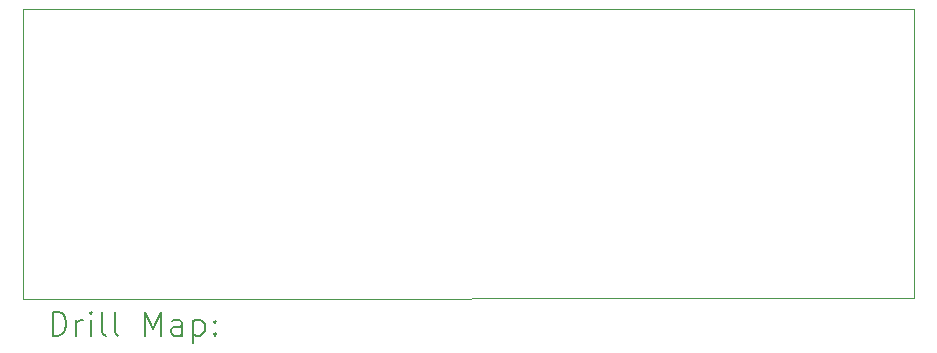
<source format=gbr>
%TF.GenerationSoftware,KiCad,Pcbnew,6.0.11-2627ca5db0~126~ubuntu20.04.1*%
%TF.CreationDate,2023-10-30T14:57:06+01:00*%
%TF.ProjectId,usb-interface,7573622d-696e-4746-9572-666163652e6b,rev?*%
%TF.SameCoordinates,Original*%
%TF.FileFunction,Drillmap*%
%TF.FilePolarity,Positive*%
%FSLAX45Y45*%
G04 Gerber Fmt 4.5, Leading zero omitted, Abs format (unit mm)*
G04 Created by KiCad (PCBNEW 6.0.11-2627ca5db0~126~ubuntu20.04.1) date 2023-10-30 14:57:06*
%MOMM*%
%LPD*%
G01*
G04 APERTURE LIST*
%ADD10C,0.050000*%
%ADD11C,0.200000*%
G04 APERTURE END LIST*
D10*
X9750000Y-6995000D02*
X2200000Y-7000000D01*
X2200000Y-7000000D02*
X2200000Y-9450000D01*
X9750000Y-9445000D02*
X9750000Y-6995000D01*
X2200000Y-9450000D02*
X9750000Y-9445000D01*
D11*
X2455119Y-9762976D02*
X2455119Y-9562976D01*
X2502738Y-9562976D01*
X2531310Y-9572500D01*
X2550357Y-9591548D01*
X2559881Y-9610595D01*
X2569405Y-9648690D01*
X2569405Y-9677262D01*
X2559881Y-9715357D01*
X2550357Y-9734405D01*
X2531310Y-9753452D01*
X2502738Y-9762976D01*
X2455119Y-9762976D01*
X2655119Y-9762976D02*
X2655119Y-9629643D01*
X2655119Y-9667738D02*
X2664643Y-9648690D01*
X2674167Y-9639167D01*
X2693214Y-9629643D01*
X2712262Y-9629643D01*
X2778929Y-9762976D02*
X2778929Y-9629643D01*
X2778929Y-9562976D02*
X2769405Y-9572500D01*
X2778929Y-9582024D01*
X2788452Y-9572500D01*
X2778929Y-9562976D01*
X2778929Y-9582024D01*
X2902738Y-9762976D02*
X2883690Y-9753452D01*
X2874167Y-9734405D01*
X2874167Y-9562976D01*
X3007500Y-9762976D02*
X2988452Y-9753452D01*
X2978928Y-9734405D01*
X2978928Y-9562976D01*
X3236071Y-9762976D02*
X3236071Y-9562976D01*
X3302738Y-9705833D01*
X3369405Y-9562976D01*
X3369405Y-9762976D01*
X3550357Y-9762976D02*
X3550357Y-9658214D01*
X3540833Y-9639167D01*
X3521786Y-9629643D01*
X3483690Y-9629643D01*
X3464643Y-9639167D01*
X3550357Y-9753452D02*
X3531309Y-9762976D01*
X3483690Y-9762976D01*
X3464643Y-9753452D01*
X3455119Y-9734405D01*
X3455119Y-9715357D01*
X3464643Y-9696310D01*
X3483690Y-9686786D01*
X3531309Y-9686786D01*
X3550357Y-9677262D01*
X3645595Y-9629643D02*
X3645595Y-9829643D01*
X3645595Y-9639167D02*
X3664643Y-9629643D01*
X3702738Y-9629643D01*
X3721786Y-9639167D01*
X3731309Y-9648690D01*
X3740833Y-9667738D01*
X3740833Y-9724881D01*
X3731309Y-9743929D01*
X3721786Y-9753452D01*
X3702738Y-9762976D01*
X3664643Y-9762976D01*
X3645595Y-9753452D01*
X3826548Y-9743929D02*
X3836071Y-9753452D01*
X3826548Y-9762976D01*
X3817024Y-9753452D01*
X3826548Y-9743929D01*
X3826548Y-9762976D01*
X3826548Y-9639167D02*
X3836071Y-9648690D01*
X3826548Y-9658214D01*
X3817024Y-9648690D01*
X3826548Y-9639167D01*
X3826548Y-9658214D01*
M02*

</source>
